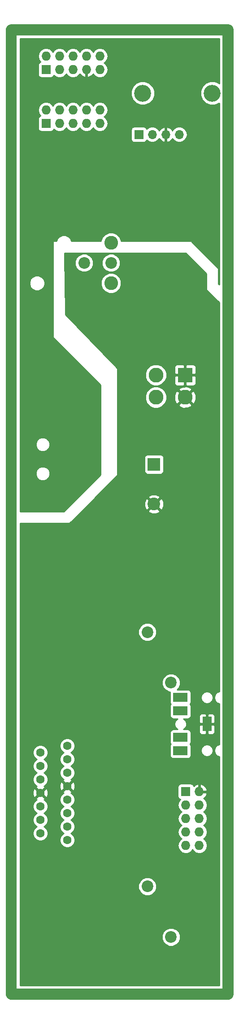
<source format=gbr>
G04 #@! TF.GenerationSoftware,KiCad,Pcbnew,(5.0.0-rc2-dev-311-g1dd4af297)*
G04 #@! TF.CreationDate,2018-05-23T12:25:25+02:00*
G04 #@! TF.ProjectId,resetUSB,72657365745553422E6B696361645F70,1.0*
G04 #@! TF.SameCoordinates,PX6ad8e7cPY2bcdfd4*
G04 #@! TF.FileFunction,Copper,L2,Bot,Signal*
G04 #@! TF.FilePolarity,Positive*
%FSLAX46Y46*%
G04 Gerber Fmt 4.6, Leading zero omitted, Abs format (unit mm)*
G04 Created by KiCad (PCBNEW (5.0.0-rc2-dev-311-g1dd4af297)) date 05/23/18 12:25:25*
%MOMM*%
%LPD*%
G01*
G04 APERTURE LIST*
%ADD10C,2.000000*%
%ADD11C,0.150000*%
%ADD12R,1.727200X1.727200*%
%ADD13O,1.727200X1.727200*%
%ADD14C,2.200000*%
%ADD15R,2.800000X2.800000*%
%ADD16C,2.800000*%
%ADD17C,2.600000*%
%ADD18R,2.700000X1.700000*%
%ADD19R,1.700000X2.700000*%
%ADD20C,3.200000*%
%ADD21R,2.400000X2.400000*%
%ADD22C,2.400000*%
%ADD23O,1.700000X1.700000*%
%ADD24R,1.700000X1.700000*%
%ADD25C,1.600000*%
%ADD26C,1.300000*%
%ADD27C,0.750000*%
%ADD28C,0.254000*%
G04 APERTURE END LIST*
D10*
X-1000000Y-181000000D02*
X-1000000Y1000000D01*
X40000000Y-181000000D02*
X-1000000Y-181000000D01*
X40000000Y1000000D02*
X40000000Y-181000000D01*
X-1000000Y1000000D02*
X40000000Y1000000D01*
D11*
X0Y-180000000D02*
X39000000Y-180000000D01*
X39000000Y-180000000D02*
X39000000Y0D01*
X0Y0D02*
X0Y-180000000D01*
X39000000Y0D02*
X0Y0D01*
D12*
X32004000Y-142748000D03*
D13*
X34544000Y-142748000D03*
X32004000Y-145288000D03*
X34544000Y-145288000D03*
X32004000Y-147828000D03*
X34544000Y-147828000D03*
X32004000Y-150368000D03*
X34544000Y-150368000D03*
X32004000Y-152908000D03*
X34544000Y-152908000D03*
D14*
X29210000Y-122180000D03*
X24770000Y-112650000D03*
D15*
X31864000Y-64161000D03*
D16*
X31864000Y-68361000D03*
X26364000Y-64161000D03*
X26364000Y-68361000D03*
D14*
X12810000Y-43000000D03*
X17890000Y-43000000D03*
D17*
X17890000Y-46810000D03*
X17890000Y-39190000D03*
D18*
X31000000Y-135000000D03*
X31000000Y-125000000D03*
X31000000Y-132500000D03*
X31000000Y-127500000D03*
D19*
X36000000Y-130000000D03*
D20*
X37000000Y-10973000D03*
X23860000Y-10973000D03*
D21*
X26000000Y-81000000D03*
D22*
X26000000Y-88500000D03*
D14*
X24770000Y-160650000D03*
X29210000Y-170180000D03*
D12*
X5614000Y-6529000D03*
D13*
X5614000Y-3989000D03*
X8154000Y-6529000D03*
X8154000Y-3989000D03*
X10694000Y-6529000D03*
X10694000Y-3989000D03*
X13234000Y-6529000D03*
X13234000Y-3989000D03*
X15774000Y-6529000D03*
X15774000Y-3989000D03*
X15774000Y-14149000D03*
X15774000Y-16689000D03*
X13234000Y-14149000D03*
X13234000Y-16689000D03*
X10694000Y-14149000D03*
X10694000Y-16689000D03*
X8154000Y-14149000D03*
X8154000Y-16689000D03*
X5614000Y-14149000D03*
D12*
X5614000Y-16689000D03*
D23*
X30760000Y-18761000D03*
X28220000Y-18761000D03*
X25680000Y-18761000D03*
D24*
X23140000Y-18761000D03*
D25*
X4550000Y-143000000D03*
X4550000Y-145540000D03*
X4550000Y-148080000D03*
X4550000Y-150620000D03*
X4550000Y-140460000D03*
X4550000Y-137920000D03*
X4550000Y-135380000D03*
X9630000Y-151890000D03*
X9630000Y-149350000D03*
X9630000Y-146810000D03*
X9630000Y-144270000D03*
X9630000Y-141730000D03*
X9630000Y-139190000D03*
X9630000Y-136650000D03*
X9630000Y-134110000D03*
D26*
X14518000Y-80618000D03*
X36870000Y-35230000D03*
X5293802Y-21854010D03*
X17348800Y-20853600D03*
X31748859Y-25547541D03*
X14454207Y-34838191D03*
X33840500Y-52046700D03*
X15240000Y-136718000D03*
X15240000Y-149418000D03*
X21704000Y-44730000D03*
X21884000Y-60884000D03*
X24170000Y-42723000D03*
X17566000Y-102606000D03*
D27*
X33840500Y-52046700D02*
X34602500Y-52046700D01*
D28*
G36*
X38290001Y-9102234D02*
X38266026Y-9078259D01*
X37444569Y-8738000D01*
X36555431Y-8738000D01*
X35733974Y-9078259D01*
X35105259Y-9706974D01*
X34765000Y-10528431D01*
X34765000Y-11417569D01*
X35105259Y-12239026D01*
X35733974Y-12867741D01*
X36555431Y-13208000D01*
X37444569Y-13208000D01*
X38266026Y-12867741D01*
X38290001Y-12843766D01*
X38290001Y-47110395D01*
X38127000Y-46947394D01*
X38127000Y-44000000D01*
X38117333Y-43951399D01*
X38089803Y-43910197D01*
X33089803Y-38910197D01*
X33048601Y-38882667D01*
X33000000Y-38873000D01*
X19825000Y-38873000D01*
X19825000Y-38805105D01*
X19530414Y-38093910D01*
X18986090Y-37549586D01*
X18274895Y-37255000D01*
X17505105Y-37255000D01*
X16793910Y-37549586D01*
X16249586Y-38093910D01*
X15955000Y-38805105D01*
X15955000Y-38873000D01*
X10421927Y-38873000D01*
X10216534Y-38377138D01*
X9812862Y-37973466D01*
X9285439Y-37755000D01*
X8714561Y-37755000D01*
X8187138Y-37973466D01*
X7783466Y-38377138D01*
X7578073Y-38873000D01*
X7000000Y-38873000D01*
X6951399Y-38882667D01*
X6910197Y-38910197D01*
X6882667Y-38951399D01*
X6873000Y-39000000D01*
X6873000Y-57000000D01*
X6882667Y-57048601D01*
X6910197Y-57089803D01*
X15873000Y-66052606D01*
X15873000Y-82947394D01*
X8947394Y-89873000D01*
X710000Y-89873000D01*
X710000Y-82484452D01*
X3665000Y-82484452D01*
X3665000Y-83015548D01*
X3868242Y-83506217D01*
X4243783Y-83881758D01*
X4734452Y-84085000D01*
X5265548Y-84085000D01*
X5756217Y-83881758D01*
X6131758Y-83506217D01*
X6335000Y-83015548D01*
X6335000Y-82484452D01*
X6131758Y-81993783D01*
X5756217Y-81618242D01*
X5265548Y-81415000D01*
X4734452Y-81415000D01*
X4243783Y-81618242D01*
X3868242Y-81993783D01*
X3665000Y-82484452D01*
X710000Y-82484452D01*
X710000Y-76984452D01*
X3665000Y-76984452D01*
X3665000Y-77515548D01*
X3868242Y-78006217D01*
X4243783Y-78381758D01*
X4734452Y-78585000D01*
X5265548Y-78585000D01*
X5756217Y-78381758D01*
X6131758Y-78006217D01*
X6335000Y-77515548D01*
X6335000Y-76984452D01*
X6131758Y-76493783D01*
X5756217Y-76118242D01*
X5265548Y-75915000D01*
X4734452Y-75915000D01*
X4243783Y-76118242D01*
X3868242Y-76493783D01*
X3665000Y-76984452D01*
X710000Y-76984452D01*
X710000Y-46524561D01*
X2485000Y-46524561D01*
X2485000Y-47095439D01*
X2703466Y-47622862D01*
X3107138Y-48026534D01*
X3634561Y-48245000D01*
X4205439Y-48245000D01*
X4732862Y-48026534D01*
X5136534Y-47622862D01*
X5355000Y-47095439D01*
X5355000Y-46524561D01*
X5136534Y-45997138D01*
X4732862Y-45593466D01*
X4205439Y-45375000D01*
X3634561Y-45375000D01*
X3107138Y-45593466D01*
X2703466Y-45997138D01*
X2485000Y-46524561D01*
X710000Y-46524561D01*
X710000Y-14149000D01*
X4086041Y-14149000D01*
X4202350Y-14733725D01*
X4528651Y-15222068D01*
X4502635Y-15227243D01*
X4292591Y-15367591D01*
X4152243Y-15577635D01*
X4102960Y-15825400D01*
X4102960Y-17552600D01*
X4152243Y-17800365D01*
X4292591Y-18010409D01*
X4502635Y-18150757D01*
X4750400Y-18200040D01*
X6477600Y-18200040D01*
X6725365Y-18150757D01*
X6935409Y-18010409D01*
X7075757Y-17800365D01*
X7080932Y-17774349D01*
X7569275Y-18100650D01*
X8006402Y-18187600D01*
X8301598Y-18187600D01*
X8738725Y-18100650D01*
X9234430Y-17769430D01*
X9424000Y-17485719D01*
X9613570Y-17769430D01*
X10109275Y-18100650D01*
X10546402Y-18187600D01*
X10841598Y-18187600D01*
X11278725Y-18100650D01*
X11774430Y-17769430D01*
X11964000Y-17485719D01*
X12153570Y-17769430D01*
X12649275Y-18100650D01*
X13086402Y-18187600D01*
X13381598Y-18187600D01*
X13818725Y-18100650D01*
X14314430Y-17769430D01*
X14504000Y-17485719D01*
X14693570Y-17769430D01*
X15189275Y-18100650D01*
X15626402Y-18187600D01*
X15921598Y-18187600D01*
X16358725Y-18100650D01*
X16642555Y-17911000D01*
X21642560Y-17911000D01*
X21642560Y-19611000D01*
X21691843Y-19858765D01*
X21832191Y-20068809D01*
X22042235Y-20209157D01*
X22290000Y-20258440D01*
X23990000Y-20258440D01*
X24237765Y-20209157D01*
X24447809Y-20068809D01*
X24588157Y-19858765D01*
X24597184Y-19813381D01*
X24609375Y-19831625D01*
X25100582Y-20159839D01*
X25533744Y-20246000D01*
X25826256Y-20246000D01*
X26259418Y-20159839D01*
X26750625Y-19831625D01*
X26963843Y-19512522D01*
X27024817Y-19642358D01*
X27453076Y-20032645D01*
X27863110Y-20202476D01*
X28093000Y-20081155D01*
X28093000Y-18888000D01*
X28073000Y-18888000D01*
X28073000Y-18634000D01*
X28093000Y-18634000D01*
X28093000Y-17440845D01*
X28347000Y-17440845D01*
X28347000Y-18634000D01*
X28367000Y-18634000D01*
X28367000Y-18888000D01*
X28347000Y-18888000D01*
X28347000Y-20081155D01*
X28576890Y-20202476D01*
X28986924Y-20032645D01*
X29415183Y-19642358D01*
X29476157Y-19512522D01*
X29689375Y-19831625D01*
X30180582Y-20159839D01*
X30613744Y-20246000D01*
X30906256Y-20246000D01*
X31339418Y-20159839D01*
X31830625Y-19831625D01*
X32158839Y-19340418D01*
X32274092Y-18761000D01*
X32158839Y-18181582D01*
X31830625Y-17690375D01*
X31339418Y-17362161D01*
X30906256Y-17276000D01*
X30613744Y-17276000D01*
X30180582Y-17362161D01*
X29689375Y-17690375D01*
X29476157Y-18009478D01*
X29415183Y-17879642D01*
X28986924Y-17489355D01*
X28576890Y-17319524D01*
X28347000Y-17440845D01*
X28093000Y-17440845D01*
X27863110Y-17319524D01*
X27453076Y-17489355D01*
X27024817Y-17879642D01*
X26963843Y-18009478D01*
X26750625Y-17690375D01*
X26259418Y-17362161D01*
X25826256Y-17276000D01*
X25533744Y-17276000D01*
X25100582Y-17362161D01*
X24609375Y-17690375D01*
X24597184Y-17708619D01*
X24588157Y-17663235D01*
X24447809Y-17453191D01*
X24237765Y-17312843D01*
X23990000Y-17263560D01*
X22290000Y-17263560D01*
X22042235Y-17312843D01*
X21832191Y-17453191D01*
X21691843Y-17663235D01*
X21642560Y-17911000D01*
X16642555Y-17911000D01*
X16854430Y-17769430D01*
X17185650Y-17273725D01*
X17301959Y-16689000D01*
X17185650Y-16104275D01*
X16854430Y-15608570D01*
X16570719Y-15419000D01*
X16854430Y-15229430D01*
X17185650Y-14733725D01*
X17301959Y-14149000D01*
X17185650Y-13564275D01*
X16854430Y-13068570D01*
X16358725Y-12737350D01*
X15921598Y-12650400D01*
X15626402Y-12650400D01*
X15189275Y-12737350D01*
X14693570Y-13068570D01*
X14504000Y-13352281D01*
X14314430Y-13068570D01*
X13818725Y-12737350D01*
X13381598Y-12650400D01*
X13086402Y-12650400D01*
X12649275Y-12737350D01*
X12153570Y-13068570D01*
X11964000Y-13352281D01*
X11774430Y-13068570D01*
X11278725Y-12737350D01*
X10841598Y-12650400D01*
X10546402Y-12650400D01*
X10109275Y-12737350D01*
X9613570Y-13068570D01*
X9424000Y-13352281D01*
X9234430Y-13068570D01*
X8738725Y-12737350D01*
X8301598Y-12650400D01*
X8006402Y-12650400D01*
X7569275Y-12737350D01*
X7073570Y-13068570D01*
X6884000Y-13352281D01*
X6694430Y-13068570D01*
X6198725Y-12737350D01*
X5761598Y-12650400D01*
X5466402Y-12650400D01*
X5029275Y-12737350D01*
X4533570Y-13068570D01*
X4202350Y-13564275D01*
X4086041Y-14149000D01*
X710000Y-14149000D01*
X710000Y-10528431D01*
X21625000Y-10528431D01*
X21625000Y-11417569D01*
X21965259Y-12239026D01*
X22593974Y-12867741D01*
X23415431Y-13208000D01*
X24304569Y-13208000D01*
X25126026Y-12867741D01*
X25754741Y-12239026D01*
X26095000Y-11417569D01*
X26095000Y-10528431D01*
X25754741Y-9706974D01*
X25126026Y-9078259D01*
X24304569Y-8738000D01*
X23415431Y-8738000D01*
X22593974Y-9078259D01*
X21965259Y-9706974D01*
X21625000Y-10528431D01*
X710000Y-10528431D01*
X710000Y-3989000D01*
X4086041Y-3989000D01*
X4202350Y-4573725D01*
X4528651Y-5062068D01*
X4502635Y-5067243D01*
X4292591Y-5207591D01*
X4152243Y-5417635D01*
X4102960Y-5665400D01*
X4102960Y-7392600D01*
X4152243Y-7640365D01*
X4292591Y-7850409D01*
X4502635Y-7990757D01*
X4750400Y-8040040D01*
X6477600Y-8040040D01*
X6725365Y-7990757D01*
X6935409Y-7850409D01*
X7075757Y-7640365D01*
X7080932Y-7614349D01*
X7569275Y-7940650D01*
X8006402Y-8027600D01*
X8301598Y-8027600D01*
X8738725Y-7940650D01*
X9234430Y-7609430D01*
X9424000Y-7325719D01*
X9613570Y-7609430D01*
X10109275Y-7940650D01*
X10546402Y-8027600D01*
X10841598Y-8027600D01*
X11278725Y-7940650D01*
X11774430Y-7609430D01*
X11967037Y-7321174D01*
X12345510Y-7735821D01*
X12874973Y-7983968D01*
X13107000Y-7863469D01*
X13107000Y-6656000D01*
X13087000Y-6656000D01*
X13087000Y-6402000D01*
X13107000Y-6402000D01*
X13107000Y-6382000D01*
X13361000Y-6382000D01*
X13361000Y-6402000D01*
X13381000Y-6402000D01*
X13381000Y-6656000D01*
X13361000Y-6656000D01*
X13361000Y-7863469D01*
X13593027Y-7983968D01*
X14122490Y-7735821D01*
X14500963Y-7321174D01*
X14693570Y-7609430D01*
X15189275Y-7940650D01*
X15626402Y-8027600D01*
X15921598Y-8027600D01*
X16358725Y-7940650D01*
X16854430Y-7609430D01*
X17185650Y-7113725D01*
X17301959Y-6529000D01*
X17185650Y-5944275D01*
X16854430Y-5448570D01*
X16570719Y-5259000D01*
X16854430Y-5069430D01*
X17185650Y-4573725D01*
X17301959Y-3989000D01*
X17185650Y-3404275D01*
X16854430Y-2908570D01*
X16358725Y-2577350D01*
X15921598Y-2490400D01*
X15626402Y-2490400D01*
X15189275Y-2577350D01*
X14693570Y-2908570D01*
X14504000Y-3192281D01*
X14314430Y-2908570D01*
X13818725Y-2577350D01*
X13381598Y-2490400D01*
X13086402Y-2490400D01*
X12649275Y-2577350D01*
X12153570Y-2908570D01*
X11964000Y-3192281D01*
X11774430Y-2908570D01*
X11278725Y-2577350D01*
X10841598Y-2490400D01*
X10546402Y-2490400D01*
X10109275Y-2577350D01*
X9613570Y-2908570D01*
X9424000Y-3192281D01*
X9234430Y-2908570D01*
X8738725Y-2577350D01*
X8301598Y-2490400D01*
X8006402Y-2490400D01*
X7569275Y-2577350D01*
X7073570Y-2908570D01*
X6884000Y-3192281D01*
X6694430Y-2908570D01*
X6198725Y-2577350D01*
X5761598Y-2490400D01*
X5466402Y-2490400D01*
X5029275Y-2577350D01*
X4533570Y-2908570D01*
X4202350Y-3404275D01*
X4086041Y-3989000D01*
X710000Y-3989000D01*
X710000Y-710000D01*
X38290001Y-710000D01*
X38290001Y-9102234D01*
X38290001Y-9102234D01*
G37*
X38290001Y-9102234D02*
X38266026Y-9078259D01*
X37444569Y-8738000D01*
X36555431Y-8738000D01*
X35733974Y-9078259D01*
X35105259Y-9706974D01*
X34765000Y-10528431D01*
X34765000Y-11417569D01*
X35105259Y-12239026D01*
X35733974Y-12867741D01*
X36555431Y-13208000D01*
X37444569Y-13208000D01*
X38266026Y-12867741D01*
X38290001Y-12843766D01*
X38290001Y-47110395D01*
X38127000Y-46947394D01*
X38127000Y-44000000D01*
X38117333Y-43951399D01*
X38089803Y-43910197D01*
X33089803Y-38910197D01*
X33048601Y-38882667D01*
X33000000Y-38873000D01*
X19825000Y-38873000D01*
X19825000Y-38805105D01*
X19530414Y-38093910D01*
X18986090Y-37549586D01*
X18274895Y-37255000D01*
X17505105Y-37255000D01*
X16793910Y-37549586D01*
X16249586Y-38093910D01*
X15955000Y-38805105D01*
X15955000Y-38873000D01*
X10421927Y-38873000D01*
X10216534Y-38377138D01*
X9812862Y-37973466D01*
X9285439Y-37755000D01*
X8714561Y-37755000D01*
X8187138Y-37973466D01*
X7783466Y-38377138D01*
X7578073Y-38873000D01*
X7000000Y-38873000D01*
X6951399Y-38882667D01*
X6910197Y-38910197D01*
X6882667Y-38951399D01*
X6873000Y-39000000D01*
X6873000Y-57000000D01*
X6882667Y-57048601D01*
X6910197Y-57089803D01*
X15873000Y-66052606D01*
X15873000Y-82947394D01*
X8947394Y-89873000D01*
X710000Y-89873000D01*
X710000Y-82484452D01*
X3665000Y-82484452D01*
X3665000Y-83015548D01*
X3868242Y-83506217D01*
X4243783Y-83881758D01*
X4734452Y-84085000D01*
X5265548Y-84085000D01*
X5756217Y-83881758D01*
X6131758Y-83506217D01*
X6335000Y-83015548D01*
X6335000Y-82484452D01*
X6131758Y-81993783D01*
X5756217Y-81618242D01*
X5265548Y-81415000D01*
X4734452Y-81415000D01*
X4243783Y-81618242D01*
X3868242Y-81993783D01*
X3665000Y-82484452D01*
X710000Y-82484452D01*
X710000Y-76984452D01*
X3665000Y-76984452D01*
X3665000Y-77515548D01*
X3868242Y-78006217D01*
X4243783Y-78381758D01*
X4734452Y-78585000D01*
X5265548Y-78585000D01*
X5756217Y-78381758D01*
X6131758Y-78006217D01*
X6335000Y-77515548D01*
X6335000Y-76984452D01*
X6131758Y-76493783D01*
X5756217Y-76118242D01*
X5265548Y-75915000D01*
X4734452Y-75915000D01*
X4243783Y-76118242D01*
X3868242Y-76493783D01*
X3665000Y-76984452D01*
X710000Y-76984452D01*
X710000Y-46524561D01*
X2485000Y-46524561D01*
X2485000Y-47095439D01*
X2703466Y-47622862D01*
X3107138Y-48026534D01*
X3634561Y-48245000D01*
X4205439Y-48245000D01*
X4732862Y-48026534D01*
X5136534Y-47622862D01*
X5355000Y-47095439D01*
X5355000Y-46524561D01*
X5136534Y-45997138D01*
X4732862Y-45593466D01*
X4205439Y-45375000D01*
X3634561Y-45375000D01*
X3107138Y-45593466D01*
X2703466Y-45997138D01*
X2485000Y-46524561D01*
X710000Y-46524561D01*
X710000Y-14149000D01*
X4086041Y-14149000D01*
X4202350Y-14733725D01*
X4528651Y-15222068D01*
X4502635Y-15227243D01*
X4292591Y-15367591D01*
X4152243Y-15577635D01*
X4102960Y-15825400D01*
X4102960Y-17552600D01*
X4152243Y-17800365D01*
X4292591Y-18010409D01*
X4502635Y-18150757D01*
X4750400Y-18200040D01*
X6477600Y-18200040D01*
X6725365Y-18150757D01*
X6935409Y-18010409D01*
X7075757Y-17800365D01*
X7080932Y-17774349D01*
X7569275Y-18100650D01*
X8006402Y-18187600D01*
X8301598Y-18187600D01*
X8738725Y-18100650D01*
X9234430Y-17769430D01*
X9424000Y-17485719D01*
X9613570Y-17769430D01*
X10109275Y-18100650D01*
X10546402Y-18187600D01*
X10841598Y-18187600D01*
X11278725Y-18100650D01*
X11774430Y-17769430D01*
X11964000Y-17485719D01*
X12153570Y-17769430D01*
X12649275Y-18100650D01*
X13086402Y-18187600D01*
X13381598Y-18187600D01*
X13818725Y-18100650D01*
X14314430Y-17769430D01*
X14504000Y-17485719D01*
X14693570Y-17769430D01*
X15189275Y-18100650D01*
X15626402Y-18187600D01*
X15921598Y-18187600D01*
X16358725Y-18100650D01*
X16642555Y-17911000D01*
X21642560Y-17911000D01*
X21642560Y-19611000D01*
X21691843Y-19858765D01*
X21832191Y-20068809D01*
X22042235Y-20209157D01*
X22290000Y-20258440D01*
X23990000Y-20258440D01*
X24237765Y-20209157D01*
X24447809Y-20068809D01*
X24588157Y-19858765D01*
X24597184Y-19813381D01*
X24609375Y-19831625D01*
X25100582Y-20159839D01*
X25533744Y-20246000D01*
X25826256Y-20246000D01*
X26259418Y-20159839D01*
X26750625Y-19831625D01*
X26963843Y-19512522D01*
X27024817Y-19642358D01*
X27453076Y-20032645D01*
X27863110Y-20202476D01*
X28093000Y-20081155D01*
X28093000Y-18888000D01*
X28073000Y-18888000D01*
X28073000Y-18634000D01*
X28093000Y-18634000D01*
X28093000Y-17440845D01*
X28347000Y-17440845D01*
X28347000Y-18634000D01*
X28367000Y-18634000D01*
X28367000Y-18888000D01*
X28347000Y-18888000D01*
X28347000Y-20081155D01*
X28576890Y-20202476D01*
X28986924Y-20032645D01*
X29415183Y-19642358D01*
X29476157Y-19512522D01*
X29689375Y-19831625D01*
X30180582Y-20159839D01*
X30613744Y-20246000D01*
X30906256Y-20246000D01*
X31339418Y-20159839D01*
X31830625Y-19831625D01*
X32158839Y-19340418D01*
X32274092Y-18761000D01*
X32158839Y-18181582D01*
X31830625Y-17690375D01*
X31339418Y-17362161D01*
X30906256Y-17276000D01*
X30613744Y-17276000D01*
X30180582Y-17362161D01*
X29689375Y-17690375D01*
X29476157Y-18009478D01*
X29415183Y-17879642D01*
X28986924Y-17489355D01*
X28576890Y-17319524D01*
X28347000Y-17440845D01*
X28093000Y-17440845D01*
X27863110Y-17319524D01*
X27453076Y-17489355D01*
X27024817Y-17879642D01*
X26963843Y-18009478D01*
X26750625Y-17690375D01*
X26259418Y-17362161D01*
X25826256Y-17276000D01*
X25533744Y-17276000D01*
X25100582Y-17362161D01*
X24609375Y-17690375D01*
X24597184Y-17708619D01*
X24588157Y-17663235D01*
X24447809Y-17453191D01*
X24237765Y-17312843D01*
X23990000Y-17263560D01*
X22290000Y-17263560D01*
X22042235Y-17312843D01*
X21832191Y-17453191D01*
X21691843Y-17663235D01*
X21642560Y-17911000D01*
X16642555Y-17911000D01*
X16854430Y-17769430D01*
X17185650Y-17273725D01*
X17301959Y-16689000D01*
X17185650Y-16104275D01*
X16854430Y-15608570D01*
X16570719Y-15419000D01*
X16854430Y-15229430D01*
X17185650Y-14733725D01*
X17301959Y-14149000D01*
X17185650Y-13564275D01*
X16854430Y-13068570D01*
X16358725Y-12737350D01*
X15921598Y-12650400D01*
X15626402Y-12650400D01*
X15189275Y-12737350D01*
X14693570Y-13068570D01*
X14504000Y-13352281D01*
X14314430Y-13068570D01*
X13818725Y-12737350D01*
X13381598Y-12650400D01*
X13086402Y-12650400D01*
X12649275Y-12737350D01*
X12153570Y-13068570D01*
X11964000Y-13352281D01*
X11774430Y-13068570D01*
X11278725Y-12737350D01*
X10841598Y-12650400D01*
X10546402Y-12650400D01*
X10109275Y-12737350D01*
X9613570Y-13068570D01*
X9424000Y-13352281D01*
X9234430Y-13068570D01*
X8738725Y-12737350D01*
X8301598Y-12650400D01*
X8006402Y-12650400D01*
X7569275Y-12737350D01*
X7073570Y-13068570D01*
X6884000Y-13352281D01*
X6694430Y-13068570D01*
X6198725Y-12737350D01*
X5761598Y-12650400D01*
X5466402Y-12650400D01*
X5029275Y-12737350D01*
X4533570Y-13068570D01*
X4202350Y-13564275D01*
X4086041Y-14149000D01*
X710000Y-14149000D01*
X710000Y-10528431D01*
X21625000Y-10528431D01*
X21625000Y-11417569D01*
X21965259Y-12239026D01*
X22593974Y-12867741D01*
X23415431Y-13208000D01*
X24304569Y-13208000D01*
X25126026Y-12867741D01*
X25754741Y-12239026D01*
X26095000Y-11417569D01*
X26095000Y-10528431D01*
X25754741Y-9706974D01*
X25126026Y-9078259D01*
X24304569Y-8738000D01*
X23415431Y-8738000D01*
X22593974Y-9078259D01*
X21965259Y-9706974D01*
X21625000Y-10528431D01*
X710000Y-10528431D01*
X710000Y-3989000D01*
X4086041Y-3989000D01*
X4202350Y-4573725D01*
X4528651Y-5062068D01*
X4502635Y-5067243D01*
X4292591Y-5207591D01*
X4152243Y-5417635D01*
X4102960Y-5665400D01*
X4102960Y-7392600D01*
X4152243Y-7640365D01*
X4292591Y-7850409D01*
X4502635Y-7990757D01*
X4750400Y-8040040D01*
X6477600Y-8040040D01*
X6725365Y-7990757D01*
X6935409Y-7850409D01*
X7075757Y-7640365D01*
X7080932Y-7614349D01*
X7569275Y-7940650D01*
X8006402Y-8027600D01*
X8301598Y-8027600D01*
X8738725Y-7940650D01*
X9234430Y-7609430D01*
X9424000Y-7325719D01*
X9613570Y-7609430D01*
X10109275Y-7940650D01*
X10546402Y-8027600D01*
X10841598Y-8027600D01*
X11278725Y-7940650D01*
X11774430Y-7609430D01*
X11967037Y-7321174D01*
X12345510Y-7735821D01*
X12874973Y-7983968D01*
X13107000Y-7863469D01*
X13107000Y-6656000D01*
X13087000Y-6656000D01*
X13087000Y-6402000D01*
X13107000Y-6402000D01*
X13107000Y-6382000D01*
X13361000Y-6382000D01*
X13361000Y-6402000D01*
X13381000Y-6402000D01*
X13381000Y-6656000D01*
X13361000Y-6656000D01*
X13361000Y-7863469D01*
X13593027Y-7983968D01*
X14122490Y-7735821D01*
X14500963Y-7321174D01*
X14693570Y-7609430D01*
X15189275Y-7940650D01*
X15626402Y-8027600D01*
X15921598Y-8027600D01*
X16358725Y-7940650D01*
X16854430Y-7609430D01*
X17185650Y-7113725D01*
X17301959Y-6529000D01*
X17185650Y-5944275D01*
X16854430Y-5448570D01*
X16570719Y-5259000D01*
X16854430Y-5069430D01*
X17185650Y-4573725D01*
X17301959Y-3989000D01*
X17185650Y-3404275D01*
X16854430Y-2908570D01*
X16358725Y-2577350D01*
X15921598Y-2490400D01*
X15626402Y-2490400D01*
X15189275Y-2577350D01*
X14693570Y-2908570D01*
X14504000Y-3192281D01*
X14314430Y-2908570D01*
X13818725Y-2577350D01*
X13381598Y-2490400D01*
X13086402Y-2490400D01*
X12649275Y-2577350D01*
X12153570Y-2908570D01*
X11964000Y-3192281D01*
X11774430Y-2908570D01*
X11278725Y-2577350D01*
X10841598Y-2490400D01*
X10546402Y-2490400D01*
X10109275Y-2577350D01*
X9613570Y-2908570D01*
X9424000Y-3192281D01*
X9234430Y-2908570D01*
X8738725Y-2577350D01*
X8301598Y-2490400D01*
X8006402Y-2490400D01*
X7569275Y-2577350D01*
X7073570Y-2908570D01*
X6884000Y-3192281D01*
X6694430Y-2908570D01*
X6198725Y-2577350D01*
X5761598Y-2490400D01*
X5466402Y-2490400D01*
X5029275Y-2577350D01*
X4533570Y-2908570D01*
X4202350Y-3404275D01*
X4086041Y-3989000D01*
X710000Y-3989000D01*
X710000Y-710000D01*
X38290001Y-710000D01*
X38290001Y-9102234D01*
G36*
X35873000Y-45052606D02*
X35873000Y-48000000D01*
X35882667Y-48048601D01*
X35910197Y-48089803D01*
X38290001Y-50469607D01*
X38290000Y-123865000D01*
X38274234Y-123865000D01*
X37857074Y-124037793D01*
X37537793Y-124357074D01*
X37365000Y-124774234D01*
X37365000Y-125225766D01*
X37537793Y-125642926D01*
X37857074Y-125962207D01*
X38274234Y-126135000D01*
X38290000Y-126135000D01*
X38290000Y-133865000D01*
X38274234Y-133865000D01*
X37857074Y-134037793D01*
X37537793Y-134357074D01*
X37365000Y-134774234D01*
X37365000Y-135225766D01*
X37537793Y-135642926D01*
X37857074Y-135962207D01*
X38274234Y-136135000D01*
X38290000Y-136135000D01*
X38290000Y-179290000D01*
X710000Y-179290000D01*
X710000Y-169834887D01*
X27475000Y-169834887D01*
X27475000Y-170525113D01*
X27739138Y-171162799D01*
X28227201Y-171650862D01*
X28864887Y-171915000D01*
X29555113Y-171915000D01*
X30192799Y-171650862D01*
X30680862Y-171162799D01*
X30945000Y-170525113D01*
X30945000Y-169834887D01*
X30680862Y-169197201D01*
X30192799Y-168709138D01*
X29555113Y-168445000D01*
X28864887Y-168445000D01*
X28227201Y-168709138D01*
X27739138Y-169197201D01*
X27475000Y-169834887D01*
X710000Y-169834887D01*
X710000Y-160304887D01*
X23035000Y-160304887D01*
X23035000Y-160995113D01*
X23299138Y-161632799D01*
X23787201Y-162120862D01*
X24424887Y-162385000D01*
X25115113Y-162385000D01*
X25752799Y-162120862D01*
X26240862Y-161632799D01*
X26505000Y-160995113D01*
X26505000Y-160304887D01*
X26240862Y-159667201D01*
X25752799Y-159179138D01*
X25115113Y-158915000D01*
X24424887Y-158915000D01*
X23787201Y-159179138D01*
X23299138Y-159667201D01*
X23035000Y-160304887D01*
X710000Y-160304887D01*
X710000Y-145254561D01*
X3115000Y-145254561D01*
X3115000Y-145825439D01*
X3333466Y-146352862D01*
X3737138Y-146756534D01*
X3866216Y-146810000D01*
X3737138Y-146863466D01*
X3333466Y-147267138D01*
X3115000Y-147794561D01*
X3115000Y-148365439D01*
X3333466Y-148892862D01*
X3737138Y-149296534D01*
X3866216Y-149350000D01*
X3737138Y-149403466D01*
X3333466Y-149807138D01*
X3115000Y-150334561D01*
X3115000Y-150905439D01*
X3333466Y-151432862D01*
X3737138Y-151836534D01*
X4264561Y-152055000D01*
X4835439Y-152055000D01*
X5362862Y-151836534D01*
X5766534Y-151432862D01*
X5985000Y-150905439D01*
X5985000Y-150334561D01*
X5766534Y-149807138D01*
X5362862Y-149403466D01*
X5233784Y-149350000D01*
X5362862Y-149296534D01*
X5766534Y-148892862D01*
X5985000Y-148365439D01*
X5985000Y-147794561D01*
X5766534Y-147267138D01*
X5362862Y-146863466D01*
X5233784Y-146810000D01*
X5362862Y-146756534D01*
X5766534Y-146352862D01*
X5985000Y-145825439D01*
X5985000Y-145254561D01*
X5766534Y-144727138D01*
X5362862Y-144323466D01*
X5249417Y-144276475D01*
X5304005Y-144253864D01*
X5378139Y-144007745D01*
X5354956Y-143984561D01*
X8195000Y-143984561D01*
X8195000Y-144555439D01*
X8413466Y-145082862D01*
X8817138Y-145486534D01*
X8946216Y-145540000D01*
X8817138Y-145593466D01*
X8413466Y-145997138D01*
X8195000Y-146524561D01*
X8195000Y-147095439D01*
X8413466Y-147622862D01*
X8817138Y-148026534D01*
X8946216Y-148080000D01*
X8817138Y-148133466D01*
X8413466Y-148537138D01*
X8195000Y-149064561D01*
X8195000Y-149635439D01*
X8413466Y-150162862D01*
X8817138Y-150566534D01*
X8946216Y-150620000D01*
X8817138Y-150673466D01*
X8413466Y-151077138D01*
X8195000Y-151604561D01*
X8195000Y-152175439D01*
X8413466Y-152702862D01*
X8817138Y-153106534D01*
X9344561Y-153325000D01*
X9915439Y-153325000D01*
X10442862Y-153106534D01*
X10846534Y-152702862D01*
X11065000Y-152175439D01*
X11065000Y-151604561D01*
X10846534Y-151077138D01*
X10442862Y-150673466D01*
X10313784Y-150620000D01*
X10442862Y-150566534D01*
X10846534Y-150162862D01*
X11065000Y-149635439D01*
X11065000Y-149064561D01*
X10846534Y-148537138D01*
X10442862Y-148133466D01*
X10313784Y-148080000D01*
X10442862Y-148026534D01*
X10846534Y-147622862D01*
X11065000Y-147095439D01*
X11065000Y-146524561D01*
X10846534Y-145997138D01*
X10442862Y-145593466D01*
X10313784Y-145540000D01*
X10442862Y-145486534D01*
X10641396Y-145288000D01*
X30476041Y-145288000D01*
X30592350Y-145872725D01*
X30923570Y-146368430D01*
X31207281Y-146558000D01*
X30923570Y-146747570D01*
X30592350Y-147243275D01*
X30476041Y-147828000D01*
X30592350Y-148412725D01*
X30923570Y-148908430D01*
X31207281Y-149098000D01*
X30923570Y-149287570D01*
X30592350Y-149783275D01*
X30476041Y-150368000D01*
X30592350Y-150952725D01*
X30923570Y-151448430D01*
X31207281Y-151638000D01*
X30923570Y-151827570D01*
X30592350Y-152323275D01*
X30476041Y-152908000D01*
X30592350Y-153492725D01*
X30923570Y-153988430D01*
X31419275Y-154319650D01*
X31856402Y-154406600D01*
X32151598Y-154406600D01*
X32588725Y-154319650D01*
X33084430Y-153988430D01*
X33274000Y-153704719D01*
X33463570Y-153988430D01*
X33959275Y-154319650D01*
X34396402Y-154406600D01*
X34691598Y-154406600D01*
X35128725Y-154319650D01*
X35624430Y-153988430D01*
X35955650Y-153492725D01*
X36071959Y-152908000D01*
X35955650Y-152323275D01*
X35624430Y-151827570D01*
X35340719Y-151638000D01*
X35624430Y-151448430D01*
X35955650Y-150952725D01*
X36071959Y-150368000D01*
X35955650Y-149783275D01*
X35624430Y-149287570D01*
X35340719Y-149098000D01*
X35624430Y-148908430D01*
X35955650Y-148412725D01*
X36071959Y-147828000D01*
X35955650Y-147243275D01*
X35624430Y-146747570D01*
X35340719Y-146558000D01*
X35624430Y-146368430D01*
X35955650Y-145872725D01*
X36071959Y-145288000D01*
X35955650Y-144703275D01*
X35624430Y-144207570D01*
X35336174Y-144014963D01*
X35750821Y-143636490D01*
X35998968Y-143107027D01*
X35878469Y-142875000D01*
X34671000Y-142875000D01*
X34671000Y-142895000D01*
X34417000Y-142895000D01*
X34417000Y-142875000D01*
X34397000Y-142875000D01*
X34397000Y-142621000D01*
X34417000Y-142621000D01*
X34417000Y-141414183D01*
X34671000Y-141414183D01*
X34671000Y-142621000D01*
X35878469Y-142621000D01*
X35998968Y-142388973D01*
X35750821Y-141859510D01*
X35318947Y-141465312D01*
X34903026Y-141293042D01*
X34671000Y-141414183D01*
X34417000Y-141414183D01*
X34184974Y-141293042D01*
X33769053Y-141465312D01*
X33483520Y-141725936D01*
X33465757Y-141636635D01*
X33325409Y-141426591D01*
X33115365Y-141286243D01*
X32867600Y-141236960D01*
X31140400Y-141236960D01*
X30892635Y-141286243D01*
X30682591Y-141426591D01*
X30542243Y-141636635D01*
X30492960Y-141884400D01*
X30492960Y-143611600D01*
X30542243Y-143859365D01*
X30682591Y-144069409D01*
X30892635Y-144209757D01*
X30918651Y-144214932D01*
X30592350Y-144703275D01*
X30476041Y-145288000D01*
X10641396Y-145288000D01*
X10846534Y-145082862D01*
X11065000Y-144555439D01*
X11065000Y-143984561D01*
X10846534Y-143457138D01*
X10442862Y-143053466D01*
X10329417Y-143006475D01*
X10384005Y-142983864D01*
X10458139Y-142737745D01*
X9630000Y-141909605D01*
X8801861Y-142737745D01*
X8875995Y-142983864D01*
X8934448Y-143004874D01*
X8817138Y-143053466D01*
X8413466Y-143457138D01*
X8195000Y-143984561D01*
X5354956Y-143984561D01*
X4550000Y-143179605D01*
X3721861Y-144007745D01*
X3795995Y-144253864D01*
X3854448Y-144274874D01*
X3737138Y-144323466D01*
X3333466Y-144727138D01*
X3115000Y-145254561D01*
X710000Y-145254561D01*
X710000Y-142783223D01*
X3103035Y-142783223D01*
X3130222Y-143353454D01*
X3296136Y-143754005D01*
X3542255Y-143828139D01*
X4370395Y-143000000D01*
X4729605Y-143000000D01*
X5557745Y-143828139D01*
X5803864Y-143754005D01*
X5996965Y-143216777D01*
X5969778Y-142646546D01*
X5803864Y-142245995D01*
X5557745Y-142171861D01*
X4729605Y-143000000D01*
X4370395Y-143000000D01*
X3542255Y-142171861D01*
X3296136Y-142245995D01*
X3103035Y-142783223D01*
X710000Y-142783223D01*
X710000Y-135094561D01*
X3115000Y-135094561D01*
X3115000Y-135665439D01*
X3333466Y-136192862D01*
X3737138Y-136596534D01*
X3866216Y-136650000D01*
X3737138Y-136703466D01*
X3333466Y-137107138D01*
X3115000Y-137634561D01*
X3115000Y-138205439D01*
X3333466Y-138732862D01*
X3737138Y-139136534D01*
X3866216Y-139190000D01*
X3737138Y-139243466D01*
X3333466Y-139647138D01*
X3115000Y-140174561D01*
X3115000Y-140745439D01*
X3333466Y-141272862D01*
X3737138Y-141676534D01*
X3850583Y-141723525D01*
X3795995Y-141746136D01*
X3721861Y-141992255D01*
X4550000Y-142820395D01*
X5378139Y-141992255D01*
X5304005Y-141746136D01*
X5245552Y-141725126D01*
X5362862Y-141676534D01*
X5526173Y-141513223D01*
X8183035Y-141513223D01*
X8210222Y-142083454D01*
X8376136Y-142484005D01*
X8622255Y-142558139D01*
X9450395Y-141730000D01*
X9809605Y-141730000D01*
X10637745Y-142558139D01*
X10883864Y-142484005D01*
X11076965Y-141946777D01*
X11049778Y-141376546D01*
X10883864Y-140975995D01*
X10637745Y-140901861D01*
X9809605Y-141730000D01*
X9450395Y-141730000D01*
X8622255Y-140901861D01*
X8376136Y-140975995D01*
X8183035Y-141513223D01*
X5526173Y-141513223D01*
X5766534Y-141272862D01*
X5985000Y-140745439D01*
X5985000Y-140174561D01*
X5766534Y-139647138D01*
X5362862Y-139243466D01*
X5233784Y-139190000D01*
X5362862Y-139136534D01*
X5766534Y-138732862D01*
X5985000Y-138205439D01*
X5985000Y-137634561D01*
X5766534Y-137107138D01*
X5362862Y-136703466D01*
X5233784Y-136650000D01*
X5362862Y-136596534D01*
X5766534Y-136192862D01*
X5985000Y-135665439D01*
X5985000Y-135094561D01*
X5766534Y-134567138D01*
X5362862Y-134163466D01*
X4835439Y-133945000D01*
X4264561Y-133945000D01*
X3737138Y-134163466D01*
X3333466Y-134567138D01*
X3115000Y-135094561D01*
X710000Y-135094561D01*
X710000Y-133824561D01*
X8195000Y-133824561D01*
X8195000Y-134395439D01*
X8413466Y-134922862D01*
X8817138Y-135326534D01*
X8946216Y-135380000D01*
X8817138Y-135433466D01*
X8413466Y-135837138D01*
X8195000Y-136364561D01*
X8195000Y-136935439D01*
X8413466Y-137462862D01*
X8817138Y-137866534D01*
X8946216Y-137920000D01*
X8817138Y-137973466D01*
X8413466Y-138377138D01*
X8195000Y-138904561D01*
X8195000Y-139475439D01*
X8413466Y-140002862D01*
X8817138Y-140406534D01*
X8930583Y-140453525D01*
X8875995Y-140476136D01*
X8801861Y-140722255D01*
X9630000Y-141550395D01*
X10458139Y-140722255D01*
X10384005Y-140476136D01*
X10325552Y-140455126D01*
X10442862Y-140406534D01*
X10846534Y-140002862D01*
X11065000Y-139475439D01*
X11065000Y-138904561D01*
X10846534Y-138377138D01*
X10442862Y-137973466D01*
X10313784Y-137920000D01*
X10442862Y-137866534D01*
X10846534Y-137462862D01*
X11065000Y-136935439D01*
X11065000Y-136364561D01*
X10846534Y-135837138D01*
X10442862Y-135433466D01*
X10313784Y-135380000D01*
X10442862Y-135326534D01*
X10846534Y-134922862D01*
X11065000Y-134395439D01*
X11065000Y-133824561D01*
X10846534Y-133297138D01*
X10442862Y-132893466D01*
X9915439Y-132675000D01*
X9344561Y-132675000D01*
X8817138Y-132893466D01*
X8413466Y-133297138D01*
X8195000Y-133824561D01*
X710000Y-133824561D01*
X710000Y-121834887D01*
X27475000Y-121834887D01*
X27475000Y-122525113D01*
X27739138Y-123162799D01*
X28227201Y-123650862D01*
X28864887Y-123915000D01*
X29049304Y-123915000D01*
X29002560Y-124150000D01*
X29002560Y-125850000D01*
X29051843Y-126097765D01*
X29153564Y-126250000D01*
X29051843Y-126402235D01*
X29002560Y-126650000D01*
X29002560Y-128350000D01*
X29051843Y-128597765D01*
X29192191Y-128807809D01*
X29402235Y-128948157D01*
X29650000Y-128997440D01*
X30454495Y-128997440D01*
X30357074Y-129037793D01*
X30037793Y-129357074D01*
X29865000Y-129774234D01*
X29865000Y-130225766D01*
X30037793Y-130642926D01*
X30357074Y-130962207D01*
X30454495Y-131002560D01*
X29650000Y-131002560D01*
X29402235Y-131051843D01*
X29192191Y-131192191D01*
X29051843Y-131402235D01*
X29002560Y-131650000D01*
X29002560Y-133350000D01*
X29051843Y-133597765D01*
X29153564Y-133750000D01*
X29051843Y-133902235D01*
X29002560Y-134150000D01*
X29002560Y-135850000D01*
X29051843Y-136097765D01*
X29192191Y-136307809D01*
X29402235Y-136448157D01*
X29650000Y-136497440D01*
X32350000Y-136497440D01*
X32597765Y-136448157D01*
X32807809Y-136307809D01*
X32948157Y-136097765D01*
X32997440Y-135850000D01*
X32997440Y-134774234D01*
X34865000Y-134774234D01*
X34865000Y-135225766D01*
X35037793Y-135642926D01*
X35357074Y-135962207D01*
X35774234Y-136135000D01*
X36225766Y-136135000D01*
X36642926Y-135962207D01*
X36962207Y-135642926D01*
X37135000Y-135225766D01*
X37135000Y-134774234D01*
X36962207Y-134357074D01*
X36642926Y-134037793D01*
X36225766Y-133865000D01*
X35774234Y-133865000D01*
X35357074Y-134037793D01*
X35037793Y-134357074D01*
X34865000Y-134774234D01*
X32997440Y-134774234D01*
X32997440Y-134150000D01*
X32948157Y-133902235D01*
X32846436Y-133750000D01*
X32948157Y-133597765D01*
X32997440Y-133350000D01*
X32997440Y-131650000D01*
X32948157Y-131402235D01*
X32807809Y-131192191D01*
X32597765Y-131051843D01*
X32350000Y-131002560D01*
X31545505Y-131002560D01*
X31642926Y-130962207D01*
X31962207Y-130642926D01*
X32110153Y-130285750D01*
X34515000Y-130285750D01*
X34515000Y-131476309D01*
X34611673Y-131709698D01*
X34790301Y-131888327D01*
X35023690Y-131985000D01*
X35714250Y-131985000D01*
X35873000Y-131826250D01*
X35873000Y-130127000D01*
X36127000Y-130127000D01*
X36127000Y-131826250D01*
X36285750Y-131985000D01*
X36976310Y-131985000D01*
X37209699Y-131888327D01*
X37388327Y-131709698D01*
X37485000Y-131476309D01*
X37485000Y-130285750D01*
X37326250Y-130127000D01*
X36127000Y-130127000D01*
X35873000Y-130127000D01*
X34673750Y-130127000D01*
X34515000Y-130285750D01*
X32110153Y-130285750D01*
X32135000Y-130225766D01*
X32135000Y-129774234D01*
X31962207Y-129357074D01*
X31642926Y-129037793D01*
X31545505Y-128997440D01*
X32350000Y-128997440D01*
X32597765Y-128948157D01*
X32807809Y-128807809D01*
X32948157Y-128597765D01*
X32962891Y-128523691D01*
X34515000Y-128523691D01*
X34515000Y-129714250D01*
X34673750Y-129873000D01*
X35873000Y-129873000D01*
X35873000Y-128173750D01*
X36127000Y-128173750D01*
X36127000Y-129873000D01*
X37326250Y-129873000D01*
X37485000Y-129714250D01*
X37485000Y-128523691D01*
X37388327Y-128290302D01*
X37209699Y-128111673D01*
X36976310Y-128015000D01*
X36285750Y-128015000D01*
X36127000Y-128173750D01*
X35873000Y-128173750D01*
X35714250Y-128015000D01*
X35023690Y-128015000D01*
X34790301Y-128111673D01*
X34611673Y-128290302D01*
X34515000Y-128523691D01*
X32962891Y-128523691D01*
X32997440Y-128350000D01*
X32997440Y-126650000D01*
X32948157Y-126402235D01*
X32846436Y-126250000D01*
X32948157Y-126097765D01*
X32997440Y-125850000D01*
X32997440Y-124774234D01*
X34865000Y-124774234D01*
X34865000Y-125225766D01*
X35037793Y-125642926D01*
X35357074Y-125962207D01*
X35774234Y-126135000D01*
X36225766Y-126135000D01*
X36642926Y-125962207D01*
X36962207Y-125642926D01*
X37135000Y-125225766D01*
X37135000Y-124774234D01*
X36962207Y-124357074D01*
X36642926Y-124037793D01*
X36225766Y-123865000D01*
X35774234Y-123865000D01*
X35357074Y-124037793D01*
X35037793Y-124357074D01*
X34865000Y-124774234D01*
X32997440Y-124774234D01*
X32997440Y-124150000D01*
X32948157Y-123902235D01*
X32807809Y-123692191D01*
X32597765Y-123551843D01*
X32350000Y-123502560D01*
X30341101Y-123502560D01*
X30680862Y-123162799D01*
X30945000Y-122525113D01*
X30945000Y-121834887D01*
X30680862Y-121197201D01*
X30192799Y-120709138D01*
X29555113Y-120445000D01*
X28864887Y-120445000D01*
X28227201Y-120709138D01*
X27739138Y-121197201D01*
X27475000Y-121834887D01*
X710000Y-121834887D01*
X710000Y-112304887D01*
X23035000Y-112304887D01*
X23035000Y-112995113D01*
X23299138Y-113632799D01*
X23787201Y-114120862D01*
X24424887Y-114385000D01*
X25115113Y-114385000D01*
X25752799Y-114120862D01*
X26240862Y-113632799D01*
X26505000Y-112995113D01*
X26505000Y-112304887D01*
X26240862Y-111667201D01*
X25752799Y-111179138D01*
X25115113Y-110915000D01*
X24424887Y-110915000D01*
X23787201Y-111179138D01*
X23299138Y-111667201D01*
X23035000Y-112304887D01*
X710000Y-112304887D01*
X710000Y-92127000D01*
X10000000Y-92127000D01*
X10048601Y-92117333D01*
X10089803Y-92089803D01*
X12382431Y-89797175D01*
X24882430Y-89797175D01*
X25005565Y-90084788D01*
X25687734Y-90344707D01*
X26417443Y-90323786D01*
X26994435Y-90084788D01*
X27117570Y-89797175D01*
X26000000Y-88679605D01*
X24882430Y-89797175D01*
X12382431Y-89797175D01*
X13991872Y-88187734D01*
X24155293Y-88187734D01*
X24176214Y-88917443D01*
X24415212Y-89494435D01*
X24702825Y-89617570D01*
X25820395Y-88500000D01*
X26179605Y-88500000D01*
X27297175Y-89617570D01*
X27584788Y-89494435D01*
X27844707Y-88812266D01*
X27823786Y-88082557D01*
X27584788Y-87505565D01*
X27297175Y-87382430D01*
X26179605Y-88500000D01*
X25820395Y-88500000D01*
X24702825Y-87382430D01*
X24415212Y-87505565D01*
X24155293Y-88187734D01*
X13991872Y-88187734D01*
X14976781Y-87202825D01*
X24882430Y-87202825D01*
X26000000Y-88320395D01*
X27117570Y-87202825D01*
X26994435Y-86915212D01*
X26312266Y-86655293D01*
X25582557Y-86676214D01*
X25005565Y-86915212D01*
X24882430Y-87202825D01*
X14976781Y-87202825D01*
X19089803Y-83089803D01*
X19117333Y-83048601D01*
X19127000Y-83000000D01*
X19127000Y-79800000D01*
X24152560Y-79800000D01*
X24152560Y-82200000D01*
X24201843Y-82447765D01*
X24342191Y-82657809D01*
X24552235Y-82798157D01*
X24800000Y-82847440D01*
X27200000Y-82847440D01*
X27447765Y-82798157D01*
X27657809Y-82657809D01*
X27798157Y-82447765D01*
X27847440Y-82200000D01*
X27847440Y-79800000D01*
X27798157Y-79552235D01*
X27657809Y-79342191D01*
X27447765Y-79201843D01*
X27200000Y-79152560D01*
X24800000Y-79152560D01*
X24552235Y-79201843D01*
X24342191Y-79342191D01*
X24201843Y-79552235D01*
X24152560Y-79800000D01*
X19127000Y-79800000D01*
X19127000Y-67956213D01*
X24329000Y-67956213D01*
X24329000Y-68765787D01*
X24638810Y-69513735D01*
X25211265Y-70086190D01*
X25959213Y-70396000D01*
X26768787Y-70396000D01*
X27516735Y-70086190D01*
X27800201Y-69802724D01*
X30601882Y-69802724D01*
X30749455Y-70111106D01*
X31504031Y-70404405D01*
X32313409Y-70386614D01*
X32978545Y-70111106D01*
X33126118Y-69802724D01*
X31864000Y-68540605D01*
X30601882Y-69802724D01*
X27800201Y-69802724D01*
X28089190Y-69513735D01*
X28399000Y-68765787D01*
X28399000Y-68001031D01*
X29820595Y-68001031D01*
X29838386Y-68810409D01*
X30113894Y-69475545D01*
X30422276Y-69623118D01*
X31684395Y-68361000D01*
X32043605Y-68361000D01*
X33305724Y-69623118D01*
X33614106Y-69475545D01*
X33907405Y-68720969D01*
X33889614Y-67911591D01*
X33614106Y-67246455D01*
X33305724Y-67098882D01*
X32043605Y-68361000D01*
X31684395Y-68361000D01*
X30422276Y-67098882D01*
X30113894Y-67246455D01*
X29820595Y-68001031D01*
X28399000Y-68001031D01*
X28399000Y-67956213D01*
X28089190Y-67208265D01*
X27800201Y-66919276D01*
X30601882Y-66919276D01*
X31864000Y-68181395D01*
X33126118Y-66919276D01*
X32978545Y-66610894D01*
X32223969Y-66317595D01*
X31414591Y-66335386D01*
X30749455Y-66610894D01*
X30601882Y-66919276D01*
X27800201Y-66919276D01*
X27516735Y-66635810D01*
X26768787Y-66326000D01*
X25959213Y-66326000D01*
X25211265Y-66635810D01*
X24638810Y-67208265D01*
X24329000Y-67956213D01*
X19127000Y-67956213D01*
X19127000Y-63756213D01*
X24329000Y-63756213D01*
X24329000Y-64565787D01*
X24638810Y-65313735D01*
X25211265Y-65886190D01*
X25959213Y-66196000D01*
X26768787Y-66196000D01*
X27516735Y-65886190D01*
X28089190Y-65313735D01*
X28399000Y-64565787D01*
X28399000Y-64446750D01*
X29829000Y-64446750D01*
X29829000Y-65687309D01*
X29925673Y-65920698D01*
X30104301Y-66099327D01*
X30337690Y-66196000D01*
X31578250Y-66196000D01*
X31737000Y-66037250D01*
X31737000Y-64288000D01*
X31991000Y-64288000D01*
X31991000Y-66037250D01*
X32149750Y-66196000D01*
X33390310Y-66196000D01*
X33623699Y-66099327D01*
X33802327Y-65920698D01*
X33899000Y-65687309D01*
X33899000Y-64446750D01*
X33740250Y-64288000D01*
X31991000Y-64288000D01*
X31737000Y-64288000D01*
X29987750Y-64288000D01*
X29829000Y-64446750D01*
X28399000Y-64446750D01*
X28399000Y-63756213D01*
X28089190Y-63008265D01*
X27715616Y-62634691D01*
X29829000Y-62634691D01*
X29829000Y-63875250D01*
X29987750Y-64034000D01*
X31737000Y-64034000D01*
X31737000Y-62284750D01*
X31991000Y-62284750D01*
X31991000Y-64034000D01*
X33740250Y-64034000D01*
X33899000Y-63875250D01*
X33899000Y-62634691D01*
X33802327Y-62401302D01*
X33623699Y-62222673D01*
X33390310Y-62126000D01*
X32149750Y-62126000D01*
X31991000Y-62284750D01*
X31737000Y-62284750D01*
X31578250Y-62126000D01*
X30337690Y-62126000D01*
X30104301Y-62222673D01*
X29925673Y-62401302D01*
X29829000Y-62634691D01*
X27715616Y-62634691D01*
X27516735Y-62435810D01*
X26768787Y-62126000D01*
X25959213Y-62126000D01*
X25211265Y-62435810D01*
X24638810Y-63008265D01*
X24329000Y-63756213D01*
X19127000Y-63756213D01*
X19127000Y-63000000D01*
X19117333Y-62951399D01*
X19091191Y-62911607D01*
X9270376Y-52779906D01*
X9193036Y-46425105D01*
X15955000Y-46425105D01*
X15955000Y-47194895D01*
X16249586Y-47906090D01*
X16793910Y-48450414D01*
X17505105Y-48745000D01*
X18274895Y-48745000D01*
X18986090Y-48450414D01*
X19530414Y-47906090D01*
X19825000Y-47194895D01*
X19825000Y-46425105D01*
X19530414Y-45713910D01*
X18986090Y-45169586D01*
X18274895Y-44875000D01*
X17505105Y-44875000D01*
X16793910Y-45169586D01*
X16249586Y-45713910D01*
X15955000Y-46425105D01*
X9193036Y-46425105D01*
X9147151Y-42654887D01*
X11075000Y-42654887D01*
X11075000Y-43345113D01*
X11339138Y-43982799D01*
X11827201Y-44470862D01*
X12464887Y-44735000D01*
X13155113Y-44735000D01*
X13792799Y-44470862D01*
X14280862Y-43982799D01*
X14545000Y-43345113D01*
X14545000Y-42654887D01*
X16155000Y-42654887D01*
X16155000Y-43345113D01*
X16419138Y-43982799D01*
X16907201Y-44470862D01*
X17544887Y-44735000D01*
X18235113Y-44735000D01*
X18872799Y-44470862D01*
X19360862Y-43982799D01*
X19625000Y-43345113D01*
X19625000Y-42654887D01*
X19360862Y-42017201D01*
X18872799Y-41529138D01*
X18235113Y-41265000D01*
X17544887Y-41265000D01*
X16907201Y-41529138D01*
X16419138Y-42017201D01*
X16155000Y-42654887D01*
X14545000Y-42654887D01*
X14280862Y-42017201D01*
X13792799Y-41529138D01*
X13155113Y-41265000D01*
X12464887Y-41265000D01*
X11827201Y-41529138D01*
X11339138Y-42017201D01*
X11075000Y-42654887D01*
X9147151Y-42654887D01*
X9128555Y-41127000D01*
X31947394Y-41127000D01*
X35873000Y-45052606D01*
X35873000Y-45052606D01*
G37*
X35873000Y-45052606D02*
X35873000Y-48000000D01*
X35882667Y-48048601D01*
X35910197Y-48089803D01*
X38290001Y-50469607D01*
X38290000Y-123865000D01*
X38274234Y-123865000D01*
X37857074Y-124037793D01*
X37537793Y-124357074D01*
X37365000Y-124774234D01*
X37365000Y-125225766D01*
X37537793Y-125642926D01*
X37857074Y-125962207D01*
X38274234Y-126135000D01*
X38290000Y-126135000D01*
X38290000Y-133865000D01*
X38274234Y-133865000D01*
X37857074Y-134037793D01*
X37537793Y-134357074D01*
X37365000Y-134774234D01*
X37365000Y-135225766D01*
X37537793Y-135642926D01*
X37857074Y-135962207D01*
X38274234Y-136135000D01*
X38290000Y-136135000D01*
X38290000Y-179290000D01*
X710000Y-179290000D01*
X710000Y-169834887D01*
X27475000Y-169834887D01*
X27475000Y-170525113D01*
X27739138Y-171162799D01*
X28227201Y-171650862D01*
X28864887Y-171915000D01*
X29555113Y-171915000D01*
X30192799Y-171650862D01*
X30680862Y-171162799D01*
X30945000Y-170525113D01*
X30945000Y-169834887D01*
X30680862Y-169197201D01*
X30192799Y-168709138D01*
X29555113Y-168445000D01*
X28864887Y-168445000D01*
X28227201Y-168709138D01*
X27739138Y-169197201D01*
X27475000Y-169834887D01*
X710000Y-169834887D01*
X710000Y-160304887D01*
X23035000Y-160304887D01*
X23035000Y-160995113D01*
X23299138Y-161632799D01*
X23787201Y-162120862D01*
X24424887Y-162385000D01*
X25115113Y-162385000D01*
X25752799Y-162120862D01*
X26240862Y-161632799D01*
X26505000Y-160995113D01*
X26505000Y-160304887D01*
X26240862Y-159667201D01*
X25752799Y-159179138D01*
X25115113Y-158915000D01*
X24424887Y-158915000D01*
X23787201Y-159179138D01*
X23299138Y-159667201D01*
X23035000Y-160304887D01*
X710000Y-160304887D01*
X710000Y-145254561D01*
X3115000Y-145254561D01*
X3115000Y-145825439D01*
X3333466Y-146352862D01*
X3737138Y-146756534D01*
X3866216Y-146810000D01*
X3737138Y-146863466D01*
X3333466Y-147267138D01*
X3115000Y-147794561D01*
X3115000Y-148365439D01*
X3333466Y-148892862D01*
X3737138Y-149296534D01*
X3866216Y-149350000D01*
X3737138Y-149403466D01*
X3333466Y-149807138D01*
X3115000Y-150334561D01*
X3115000Y-150905439D01*
X3333466Y-151432862D01*
X3737138Y-151836534D01*
X4264561Y-152055000D01*
X4835439Y-152055000D01*
X5362862Y-151836534D01*
X5766534Y-151432862D01*
X5985000Y-150905439D01*
X5985000Y-150334561D01*
X5766534Y-149807138D01*
X5362862Y-149403466D01*
X5233784Y-149350000D01*
X5362862Y-149296534D01*
X5766534Y-148892862D01*
X5985000Y-148365439D01*
X5985000Y-147794561D01*
X5766534Y-147267138D01*
X5362862Y-146863466D01*
X5233784Y-146810000D01*
X5362862Y-146756534D01*
X5766534Y-146352862D01*
X5985000Y-145825439D01*
X5985000Y-145254561D01*
X5766534Y-144727138D01*
X5362862Y-144323466D01*
X5249417Y-144276475D01*
X5304005Y-144253864D01*
X5378139Y-144007745D01*
X5354956Y-143984561D01*
X8195000Y-143984561D01*
X8195000Y-144555439D01*
X8413466Y-145082862D01*
X8817138Y-145486534D01*
X8946216Y-145540000D01*
X8817138Y-145593466D01*
X8413466Y-145997138D01*
X8195000Y-146524561D01*
X8195000Y-147095439D01*
X8413466Y-147622862D01*
X8817138Y-148026534D01*
X8946216Y-148080000D01*
X8817138Y-148133466D01*
X8413466Y-148537138D01*
X8195000Y-149064561D01*
X8195000Y-149635439D01*
X8413466Y-150162862D01*
X8817138Y-150566534D01*
X8946216Y-150620000D01*
X8817138Y-150673466D01*
X8413466Y-151077138D01*
X8195000Y-151604561D01*
X8195000Y-152175439D01*
X8413466Y-152702862D01*
X8817138Y-153106534D01*
X9344561Y-153325000D01*
X9915439Y-153325000D01*
X10442862Y-153106534D01*
X10846534Y-152702862D01*
X11065000Y-152175439D01*
X11065000Y-151604561D01*
X10846534Y-151077138D01*
X10442862Y-150673466D01*
X10313784Y-150620000D01*
X10442862Y-150566534D01*
X10846534Y-150162862D01*
X11065000Y-149635439D01*
X11065000Y-149064561D01*
X10846534Y-148537138D01*
X10442862Y-148133466D01*
X10313784Y-148080000D01*
X10442862Y-148026534D01*
X10846534Y-147622862D01*
X11065000Y-147095439D01*
X11065000Y-146524561D01*
X10846534Y-145997138D01*
X10442862Y-145593466D01*
X10313784Y-145540000D01*
X10442862Y-145486534D01*
X10641396Y-145288000D01*
X30476041Y-145288000D01*
X30592350Y-145872725D01*
X30923570Y-146368430D01*
X31207281Y-146558000D01*
X30923570Y-146747570D01*
X30592350Y-147243275D01*
X30476041Y-147828000D01*
X30592350Y-148412725D01*
X30923570Y-148908430D01*
X31207281Y-149098000D01*
X30923570Y-149287570D01*
X30592350Y-149783275D01*
X30476041Y-150368000D01*
X30592350Y-150952725D01*
X30923570Y-151448430D01*
X31207281Y-151638000D01*
X30923570Y-151827570D01*
X30592350Y-152323275D01*
X30476041Y-152908000D01*
X30592350Y-153492725D01*
X30923570Y-153988430D01*
X31419275Y-154319650D01*
X31856402Y-154406600D01*
X32151598Y-154406600D01*
X32588725Y-154319650D01*
X33084430Y-153988430D01*
X33274000Y-153704719D01*
X33463570Y-153988430D01*
X33959275Y-154319650D01*
X34396402Y-154406600D01*
X34691598Y-154406600D01*
X35128725Y-154319650D01*
X35624430Y-153988430D01*
X35955650Y-153492725D01*
X36071959Y-152908000D01*
X35955650Y-152323275D01*
X35624430Y-151827570D01*
X35340719Y-151638000D01*
X35624430Y-151448430D01*
X35955650Y-150952725D01*
X36071959Y-150368000D01*
X35955650Y-149783275D01*
X35624430Y-149287570D01*
X35340719Y-149098000D01*
X35624430Y-148908430D01*
X35955650Y-148412725D01*
X36071959Y-147828000D01*
X35955650Y-147243275D01*
X35624430Y-146747570D01*
X35340719Y-146558000D01*
X35624430Y-146368430D01*
X35955650Y-145872725D01*
X36071959Y-145288000D01*
X35955650Y-144703275D01*
X35624430Y-144207570D01*
X35336174Y-144014963D01*
X35750821Y-143636490D01*
X35998968Y-143107027D01*
X35878469Y-142875000D01*
X34671000Y-142875000D01*
X34671000Y-142895000D01*
X34417000Y-142895000D01*
X34417000Y-142875000D01*
X34397000Y-142875000D01*
X34397000Y-142621000D01*
X34417000Y-142621000D01*
X34417000Y-141414183D01*
X34671000Y-141414183D01*
X34671000Y-142621000D01*
X35878469Y-142621000D01*
X35998968Y-142388973D01*
X35750821Y-141859510D01*
X35318947Y-141465312D01*
X34903026Y-141293042D01*
X34671000Y-141414183D01*
X34417000Y-141414183D01*
X34184974Y-141293042D01*
X33769053Y-141465312D01*
X33483520Y-141725936D01*
X33465757Y-141636635D01*
X33325409Y-141426591D01*
X33115365Y-141286243D01*
X32867600Y-141236960D01*
X31140400Y-141236960D01*
X30892635Y-141286243D01*
X30682591Y-141426591D01*
X30542243Y-141636635D01*
X30492960Y-141884400D01*
X30492960Y-143611600D01*
X30542243Y-143859365D01*
X30682591Y-144069409D01*
X30892635Y-144209757D01*
X30918651Y-144214932D01*
X30592350Y-144703275D01*
X30476041Y-145288000D01*
X10641396Y-145288000D01*
X10846534Y-145082862D01*
X11065000Y-144555439D01*
X11065000Y-143984561D01*
X10846534Y-143457138D01*
X10442862Y-143053466D01*
X10329417Y-143006475D01*
X10384005Y-142983864D01*
X10458139Y-142737745D01*
X9630000Y-141909605D01*
X8801861Y-142737745D01*
X8875995Y-142983864D01*
X8934448Y-143004874D01*
X8817138Y-143053466D01*
X8413466Y-143457138D01*
X8195000Y-143984561D01*
X5354956Y-143984561D01*
X4550000Y-143179605D01*
X3721861Y-144007745D01*
X3795995Y-144253864D01*
X3854448Y-144274874D01*
X3737138Y-144323466D01*
X3333466Y-144727138D01*
X3115000Y-145254561D01*
X710000Y-145254561D01*
X710000Y-142783223D01*
X3103035Y-142783223D01*
X3130222Y-143353454D01*
X3296136Y-143754005D01*
X3542255Y-143828139D01*
X4370395Y-143000000D01*
X4729605Y-143000000D01*
X5557745Y-143828139D01*
X5803864Y-143754005D01*
X5996965Y-143216777D01*
X5969778Y-142646546D01*
X5803864Y-142245995D01*
X5557745Y-142171861D01*
X4729605Y-143000000D01*
X4370395Y-143000000D01*
X3542255Y-142171861D01*
X3296136Y-142245995D01*
X3103035Y-142783223D01*
X710000Y-142783223D01*
X710000Y-135094561D01*
X3115000Y-135094561D01*
X3115000Y-135665439D01*
X3333466Y-136192862D01*
X3737138Y-136596534D01*
X3866216Y-136650000D01*
X3737138Y-136703466D01*
X3333466Y-137107138D01*
X3115000Y-137634561D01*
X3115000Y-138205439D01*
X3333466Y-138732862D01*
X3737138Y-139136534D01*
X3866216Y-139190000D01*
X3737138Y-139243466D01*
X3333466Y-139647138D01*
X3115000Y-140174561D01*
X3115000Y-140745439D01*
X3333466Y-141272862D01*
X3737138Y-141676534D01*
X3850583Y-141723525D01*
X3795995Y-141746136D01*
X3721861Y-141992255D01*
X4550000Y-142820395D01*
X5378139Y-141992255D01*
X5304005Y-141746136D01*
X5245552Y-141725126D01*
X5362862Y-141676534D01*
X5526173Y-141513223D01*
X8183035Y-141513223D01*
X8210222Y-142083454D01*
X8376136Y-142484005D01*
X8622255Y-142558139D01*
X9450395Y-141730000D01*
X9809605Y-141730000D01*
X10637745Y-142558139D01*
X10883864Y-142484005D01*
X11076965Y-141946777D01*
X11049778Y-141376546D01*
X10883864Y-140975995D01*
X10637745Y-140901861D01*
X9809605Y-141730000D01*
X9450395Y-141730000D01*
X8622255Y-140901861D01*
X8376136Y-140975995D01*
X8183035Y-141513223D01*
X5526173Y-141513223D01*
X5766534Y-141272862D01*
X5985000Y-140745439D01*
X5985000Y-140174561D01*
X5766534Y-139647138D01*
X5362862Y-139243466D01*
X5233784Y-139190000D01*
X5362862Y-139136534D01*
X5766534Y-138732862D01*
X5985000Y-138205439D01*
X5985000Y-137634561D01*
X5766534Y-137107138D01*
X5362862Y-136703466D01*
X5233784Y-136650000D01*
X5362862Y-136596534D01*
X5766534Y-136192862D01*
X5985000Y-135665439D01*
X5985000Y-135094561D01*
X5766534Y-134567138D01*
X5362862Y-134163466D01*
X4835439Y-133945000D01*
X4264561Y-133945000D01*
X3737138Y-134163466D01*
X3333466Y-134567138D01*
X3115000Y-135094561D01*
X710000Y-135094561D01*
X710000Y-133824561D01*
X8195000Y-133824561D01*
X8195000Y-134395439D01*
X8413466Y-134922862D01*
X8817138Y-135326534D01*
X8946216Y-135380000D01*
X8817138Y-135433466D01*
X8413466Y-135837138D01*
X8195000Y-136364561D01*
X8195000Y-136935439D01*
X8413466Y-137462862D01*
X8817138Y-137866534D01*
X8946216Y-137920000D01*
X8817138Y-137973466D01*
X8413466Y-138377138D01*
X8195000Y-138904561D01*
X8195000Y-139475439D01*
X8413466Y-140002862D01*
X8817138Y-140406534D01*
X8930583Y-140453525D01*
X8875995Y-140476136D01*
X8801861Y-140722255D01*
X9630000Y-141550395D01*
X10458139Y-140722255D01*
X10384005Y-140476136D01*
X10325552Y-140455126D01*
X10442862Y-140406534D01*
X10846534Y-140002862D01*
X11065000Y-139475439D01*
X11065000Y-138904561D01*
X10846534Y-138377138D01*
X10442862Y-137973466D01*
X10313784Y-137920000D01*
X10442862Y-137866534D01*
X10846534Y-137462862D01*
X11065000Y-136935439D01*
X11065000Y-136364561D01*
X10846534Y-135837138D01*
X10442862Y-135433466D01*
X10313784Y-135380000D01*
X10442862Y-135326534D01*
X10846534Y-134922862D01*
X11065000Y-134395439D01*
X11065000Y-133824561D01*
X10846534Y-133297138D01*
X10442862Y-132893466D01*
X9915439Y-132675000D01*
X9344561Y-132675000D01*
X8817138Y-132893466D01*
X8413466Y-133297138D01*
X8195000Y-133824561D01*
X710000Y-133824561D01*
X710000Y-121834887D01*
X27475000Y-121834887D01*
X27475000Y-122525113D01*
X27739138Y-123162799D01*
X28227201Y-123650862D01*
X28864887Y-123915000D01*
X29049304Y-123915000D01*
X29002560Y-124150000D01*
X29002560Y-125850000D01*
X29051843Y-126097765D01*
X29153564Y-126250000D01*
X29051843Y-126402235D01*
X29002560Y-126650000D01*
X29002560Y-128350000D01*
X29051843Y-128597765D01*
X29192191Y-128807809D01*
X29402235Y-128948157D01*
X29650000Y-128997440D01*
X30454495Y-128997440D01*
X30357074Y-129037793D01*
X30037793Y-129357074D01*
X29865000Y-129774234D01*
X29865000Y-130225766D01*
X30037793Y-130642926D01*
X30357074Y-130962207D01*
X30454495Y-131002560D01*
X29650000Y-131002560D01*
X29402235Y-131051843D01*
X29192191Y-131192191D01*
X29051843Y-131402235D01*
X29002560Y-131650000D01*
X29002560Y-133350000D01*
X29051843Y-133597765D01*
X29153564Y-133750000D01*
X29051843Y-133902235D01*
X29002560Y-134150000D01*
X29002560Y-135850000D01*
X29051843Y-136097765D01*
X29192191Y-136307809D01*
X29402235Y-136448157D01*
X29650000Y-136497440D01*
X32350000Y-136497440D01*
X32597765Y-136448157D01*
X32807809Y-136307809D01*
X32948157Y-136097765D01*
X32997440Y-135850000D01*
X32997440Y-134774234D01*
X34865000Y-134774234D01*
X34865000Y-135225766D01*
X35037793Y-135642926D01*
X35357074Y-135962207D01*
X35774234Y-136135000D01*
X36225766Y-136135000D01*
X36642926Y-135962207D01*
X36962207Y-135642926D01*
X37135000Y-135225766D01*
X37135000Y-134774234D01*
X36962207Y-134357074D01*
X36642926Y-134037793D01*
X36225766Y-133865000D01*
X35774234Y-133865000D01*
X35357074Y-134037793D01*
X35037793Y-134357074D01*
X34865000Y-134774234D01*
X32997440Y-134774234D01*
X32997440Y-134150000D01*
X32948157Y-133902235D01*
X32846436Y-133750000D01*
X32948157Y-133597765D01*
X32997440Y-133350000D01*
X32997440Y-131650000D01*
X32948157Y-131402235D01*
X32807809Y-131192191D01*
X32597765Y-131051843D01*
X32350000Y-131002560D01*
X31545505Y-131002560D01*
X31642926Y-130962207D01*
X31962207Y-130642926D01*
X32110153Y-130285750D01*
X34515000Y-130285750D01*
X34515000Y-131476309D01*
X34611673Y-131709698D01*
X34790301Y-131888327D01*
X35023690Y-131985000D01*
X35714250Y-131985000D01*
X35873000Y-131826250D01*
X35873000Y-130127000D01*
X36127000Y-130127000D01*
X36127000Y-131826250D01*
X36285750Y-131985000D01*
X36976310Y-131985000D01*
X37209699Y-131888327D01*
X37388327Y-131709698D01*
X37485000Y-131476309D01*
X37485000Y-130285750D01*
X37326250Y-130127000D01*
X36127000Y-130127000D01*
X35873000Y-130127000D01*
X34673750Y-130127000D01*
X34515000Y-130285750D01*
X32110153Y-130285750D01*
X32135000Y-130225766D01*
X32135000Y-129774234D01*
X31962207Y-129357074D01*
X31642926Y-129037793D01*
X31545505Y-128997440D01*
X32350000Y-128997440D01*
X32597765Y-128948157D01*
X32807809Y-128807809D01*
X32948157Y-128597765D01*
X32962891Y-128523691D01*
X34515000Y-128523691D01*
X34515000Y-129714250D01*
X34673750Y-129873000D01*
X35873000Y-129873000D01*
X35873000Y-128173750D01*
X36127000Y-128173750D01*
X36127000Y-129873000D01*
X37326250Y-129873000D01*
X37485000Y-129714250D01*
X37485000Y-128523691D01*
X37388327Y-128290302D01*
X37209699Y-128111673D01*
X36976310Y-128015000D01*
X36285750Y-128015000D01*
X36127000Y-128173750D01*
X35873000Y-128173750D01*
X35714250Y-128015000D01*
X35023690Y-128015000D01*
X34790301Y-128111673D01*
X34611673Y-128290302D01*
X34515000Y-128523691D01*
X32962891Y-128523691D01*
X32997440Y-128350000D01*
X32997440Y-126650000D01*
X32948157Y-126402235D01*
X32846436Y-126250000D01*
X32948157Y-126097765D01*
X32997440Y-125850000D01*
X32997440Y-124774234D01*
X34865000Y-124774234D01*
X34865000Y-125225766D01*
X35037793Y-125642926D01*
X35357074Y-125962207D01*
X35774234Y-126135000D01*
X36225766Y-126135000D01*
X36642926Y-125962207D01*
X36962207Y-125642926D01*
X37135000Y-125225766D01*
X37135000Y-124774234D01*
X36962207Y-124357074D01*
X36642926Y-124037793D01*
X36225766Y-123865000D01*
X35774234Y-123865000D01*
X35357074Y-124037793D01*
X35037793Y-124357074D01*
X34865000Y-124774234D01*
X32997440Y-124774234D01*
X32997440Y-124150000D01*
X32948157Y-123902235D01*
X32807809Y-123692191D01*
X32597765Y-123551843D01*
X32350000Y-123502560D01*
X30341101Y-123502560D01*
X30680862Y-123162799D01*
X30945000Y-122525113D01*
X30945000Y-121834887D01*
X30680862Y-121197201D01*
X30192799Y-120709138D01*
X29555113Y-120445000D01*
X28864887Y-120445000D01*
X28227201Y-120709138D01*
X27739138Y-121197201D01*
X27475000Y-121834887D01*
X710000Y-121834887D01*
X710000Y-112304887D01*
X23035000Y-112304887D01*
X23035000Y-112995113D01*
X23299138Y-113632799D01*
X23787201Y-114120862D01*
X24424887Y-114385000D01*
X25115113Y-114385000D01*
X25752799Y-114120862D01*
X26240862Y-113632799D01*
X26505000Y-112995113D01*
X26505000Y-112304887D01*
X26240862Y-111667201D01*
X25752799Y-111179138D01*
X25115113Y-110915000D01*
X24424887Y-110915000D01*
X23787201Y-111179138D01*
X23299138Y-111667201D01*
X23035000Y-112304887D01*
X710000Y-112304887D01*
X710000Y-92127000D01*
X10000000Y-92127000D01*
X10048601Y-92117333D01*
X10089803Y-92089803D01*
X12382431Y-89797175D01*
X24882430Y-89797175D01*
X25005565Y-90084788D01*
X25687734Y-90344707D01*
X26417443Y-90323786D01*
X26994435Y-90084788D01*
X27117570Y-89797175D01*
X26000000Y-88679605D01*
X24882430Y-89797175D01*
X12382431Y-89797175D01*
X13991872Y-88187734D01*
X24155293Y-88187734D01*
X24176214Y-88917443D01*
X24415212Y-89494435D01*
X24702825Y-89617570D01*
X25820395Y-88500000D01*
X26179605Y-88500000D01*
X27297175Y-89617570D01*
X27584788Y-89494435D01*
X27844707Y-88812266D01*
X27823786Y-88082557D01*
X27584788Y-87505565D01*
X27297175Y-87382430D01*
X26179605Y-88500000D01*
X25820395Y-88500000D01*
X24702825Y-87382430D01*
X24415212Y-87505565D01*
X24155293Y-88187734D01*
X13991872Y-88187734D01*
X14976781Y-87202825D01*
X24882430Y-87202825D01*
X26000000Y-88320395D01*
X27117570Y-87202825D01*
X26994435Y-86915212D01*
X26312266Y-86655293D01*
X25582557Y-86676214D01*
X25005565Y-86915212D01*
X24882430Y-87202825D01*
X14976781Y-87202825D01*
X19089803Y-83089803D01*
X19117333Y-83048601D01*
X19127000Y-83000000D01*
X19127000Y-79800000D01*
X24152560Y-79800000D01*
X24152560Y-82200000D01*
X24201843Y-82447765D01*
X24342191Y-82657809D01*
X24552235Y-82798157D01*
X24800000Y-82847440D01*
X27200000Y-82847440D01*
X27447765Y-82798157D01*
X27657809Y-82657809D01*
X27798157Y-82447765D01*
X27847440Y-82200000D01*
X27847440Y-79800000D01*
X27798157Y-79552235D01*
X27657809Y-79342191D01*
X27447765Y-79201843D01*
X27200000Y-79152560D01*
X24800000Y-79152560D01*
X24552235Y-79201843D01*
X24342191Y-79342191D01*
X24201843Y-79552235D01*
X24152560Y-79800000D01*
X19127000Y-79800000D01*
X19127000Y-67956213D01*
X24329000Y-67956213D01*
X24329000Y-68765787D01*
X24638810Y-69513735D01*
X25211265Y-70086190D01*
X25959213Y-70396000D01*
X26768787Y-70396000D01*
X27516735Y-70086190D01*
X27800201Y-69802724D01*
X30601882Y-69802724D01*
X30749455Y-70111106D01*
X31504031Y-70404405D01*
X32313409Y-70386614D01*
X32978545Y-70111106D01*
X33126118Y-69802724D01*
X31864000Y-68540605D01*
X30601882Y-69802724D01*
X27800201Y-69802724D01*
X28089190Y-69513735D01*
X28399000Y-68765787D01*
X28399000Y-68001031D01*
X29820595Y-68001031D01*
X29838386Y-68810409D01*
X30113894Y-69475545D01*
X30422276Y-69623118D01*
X31684395Y-68361000D01*
X32043605Y-68361000D01*
X33305724Y-69623118D01*
X33614106Y-69475545D01*
X33907405Y-68720969D01*
X33889614Y-67911591D01*
X33614106Y-67246455D01*
X33305724Y-67098882D01*
X32043605Y-68361000D01*
X31684395Y-68361000D01*
X30422276Y-67098882D01*
X30113894Y-67246455D01*
X29820595Y-68001031D01*
X28399000Y-68001031D01*
X28399000Y-67956213D01*
X28089190Y-67208265D01*
X27800201Y-66919276D01*
X30601882Y-66919276D01*
X31864000Y-68181395D01*
X33126118Y-66919276D01*
X32978545Y-66610894D01*
X32223969Y-66317595D01*
X31414591Y-66335386D01*
X30749455Y-66610894D01*
X30601882Y-66919276D01*
X27800201Y-66919276D01*
X27516735Y-66635810D01*
X26768787Y-66326000D01*
X25959213Y-66326000D01*
X25211265Y-66635810D01*
X24638810Y-67208265D01*
X24329000Y-67956213D01*
X19127000Y-67956213D01*
X19127000Y-63756213D01*
X24329000Y-63756213D01*
X24329000Y-64565787D01*
X24638810Y-65313735D01*
X25211265Y-65886190D01*
X25959213Y-66196000D01*
X26768787Y-66196000D01*
X27516735Y-65886190D01*
X28089190Y-65313735D01*
X28399000Y-64565787D01*
X28399000Y-64446750D01*
X29829000Y-64446750D01*
X29829000Y-65687309D01*
X29925673Y-65920698D01*
X30104301Y-66099327D01*
X30337690Y-66196000D01*
X31578250Y-66196000D01*
X31737000Y-66037250D01*
X31737000Y-64288000D01*
X31991000Y-64288000D01*
X31991000Y-66037250D01*
X32149750Y-66196000D01*
X33390310Y-66196000D01*
X33623699Y-66099327D01*
X33802327Y-65920698D01*
X33899000Y-65687309D01*
X33899000Y-64446750D01*
X33740250Y-64288000D01*
X31991000Y-64288000D01*
X31737000Y-64288000D01*
X29987750Y-64288000D01*
X29829000Y-64446750D01*
X28399000Y-64446750D01*
X28399000Y-63756213D01*
X28089190Y-63008265D01*
X27715616Y-62634691D01*
X29829000Y-62634691D01*
X29829000Y-63875250D01*
X29987750Y-64034000D01*
X31737000Y-64034000D01*
X31737000Y-62284750D01*
X31991000Y-62284750D01*
X31991000Y-64034000D01*
X33740250Y-64034000D01*
X33899000Y-63875250D01*
X33899000Y-62634691D01*
X33802327Y-62401302D01*
X33623699Y-62222673D01*
X33390310Y-62126000D01*
X32149750Y-62126000D01*
X31991000Y-62284750D01*
X31737000Y-62284750D01*
X31578250Y-62126000D01*
X30337690Y-62126000D01*
X30104301Y-62222673D01*
X29925673Y-62401302D01*
X29829000Y-62634691D01*
X27715616Y-62634691D01*
X27516735Y-62435810D01*
X26768787Y-62126000D01*
X25959213Y-62126000D01*
X25211265Y-62435810D01*
X24638810Y-63008265D01*
X24329000Y-63756213D01*
X19127000Y-63756213D01*
X19127000Y-63000000D01*
X19117333Y-62951399D01*
X19091191Y-62911607D01*
X9270376Y-52779906D01*
X9193036Y-46425105D01*
X15955000Y-46425105D01*
X15955000Y-47194895D01*
X16249586Y-47906090D01*
X16793910Y-48450414D01*
X17505105Y-48745000D01*
X18274895Y-48745000D01*
X18986090Y-48450414D01*
X19530414Y-47906090D01*
X19825000Y-47194895D01*
X19825000Y-46425105D01*
X19530414Y-45713910D01*
X18986090Y-45169586D01*
X18274895Y-44875000D01*
X17505105Y-44875000D01*
X16793910Y-45169586D01*
X16249586Y-45713910D01*
X15955000Y-46425105D01*
X9193036Y-46425105D01*
X9147151Y-42654887D01*
X11075000Y-42654887D01*
X11075000Y-43345113D01*
X11339138Y-43982799D01*
X11827201Y-44470862D01*
X12464887Y-44735000D01*
X13155113Y-44735000D01*
X13792799Y-44470862D01*
X14280862Y-43982799D01*
X14545000Y-43345113D01*
X14545000Y-42654887D01*
X16155000Y-42654887D01*
X16155000Y-43345113D01*
X16419138Y-43982799D01*
X16907201Y-44470862D01*
X17544887Y-44735000D01*
X18235113Y-44735000D01*
X18872799Y-44470862D01*
X19360862Y-43982799D01*
X19625000Y-43345113D01*
X19625000Y-42654887D01*
X19360862Y-42017201D01*
X18872799Y-41529138D01*
X18235113Y-41265000D01*
X17544887Y-41265000D01*
X16907201Y-41529138D01*
X16419138Y-42017201D01*
X16155000Y-42654887D01*
X14545000Y-42654887D01*
X14280862Y-42017201D01*
X13792799Y-41529138D01*
X13155113Y-41265000D01*
X12464887Y-41265000D01*
X11827201Y-41529138D01*
X11339138Y-42017201D01*
X11075000Y-42654887D01*
X9147151Y-42654887D01*
X9128555Y-41127000D01*
X31947394Y-41127000D01*
X35873000Y-45052606D01*
M02*

</source>
